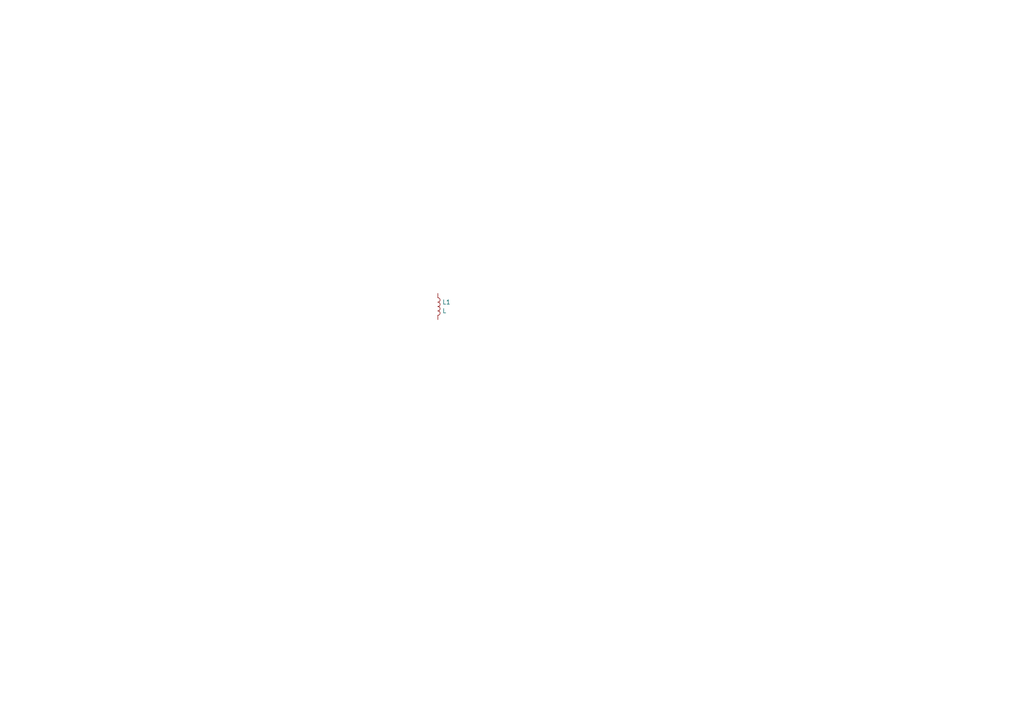
<source format=kicad_sch>
(kicad_sch (version 20231120) (generator "eeschema") (generator_version "8.0")
  (paper "A4")
  (lib_symbols
    (symbol "Device:L" (pin_numbers hide) (pin_names (offset 1.016) hide)
      (property "Reference" "L" (at -1.27 0 90))
      (property "Value" "L" (at 1.905 0 90))
      (symbol "L_0_1"
        (arc (start 0 -2.54) (mid 0.6323 -1.905) (end 0 -1.27))
        (arc (start 0 -1.27) (mid 0.6323 -0.635) (end 0 0))
        (arc (start 0 0) (mid 0.6323 0.635) (end 0 1.27))
        (arc (start 0 1.27) (mid 0.6323 1.905) (end 0 2.54))
      )
      (symbol "L_1_1"
        (pin passive line (at 0 3.81 270) (length 1.27) (name "1") (number "1"))
        (pin passive line (at 0 -3.81 90) (length 1.27) (name "2") (number "2"))
      )
    )
  )
  (symbol (lib_id "Device:L") (at 127 88.9 0) (unit 1)
    (property "Reference" "L1" (at 128.27 87.6299 0) (effects (justify left)))
    (property "Value" "L" (at 128.27 90.1699 0) (effects (justify left)))
    (property "Description" "Inductor" (effects (hide yes)))
  )
)
</source>
